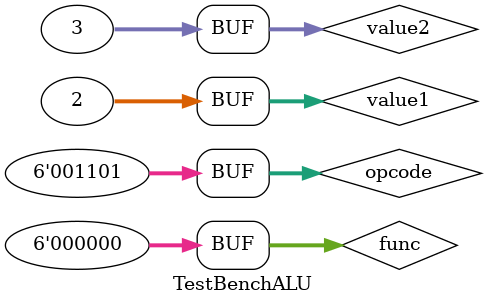
<source format=v>
`timescale 1ns / 1ps


module TestBenchALU;

	// Inputs
	reg [31:0] value1;
	reg [31:0] value2;
	reg [5:0] opcode;
	reg [5:0] func;

	// Outputs
	wire [31:0] result;

	// Instantiate the Unit Under Test (UUT)
	ALU uut (
		.value1(value1), 
		.value2(value2), 
		.opcode(opcode), 
		.func(func), 
		.result(result)
	);
	
	initial begin
		// Initialize Inputs
		value1 = 2;
		value2 = 3;
		opcode = 0;
		func = 32;
		#100;
		
		value1 = 2;
		value2 = 3;
		opcode = 0;
		func = 33;
		#100;
		
		value1 = 2;
		value2 = 3;
		opcode = 0;
		func = 37;
		#100;
		
		value1 = 2;
		value2 = 3;
		opcode = 0;
		func = 36;
		#100;
		
		value1 = 2;
		value2 = 3;
		opcode = 0;
		func = 24;
		#100;
		
		value1 = 2;
		value2 = 3;
		opcode = 8;
		func = 0;
		#100;
		
		value1 = 2;
		value2 = 3;
		opcode = 9;
		func = 0;
		#100;
        
		value1 = 2;
		value2 = 3;
		opcode = 12;
		func = 0;
		#100;
		
		value1 = 2;
		value2 = 3;
		opcode = 9;
		func = 0;
		#100;
		
		value1 = 2;
		value2 = 3;
		opcode = 13;
		func = 0;
		#100;
		// Add stimulus here

	end
      
endmodule


</source>
